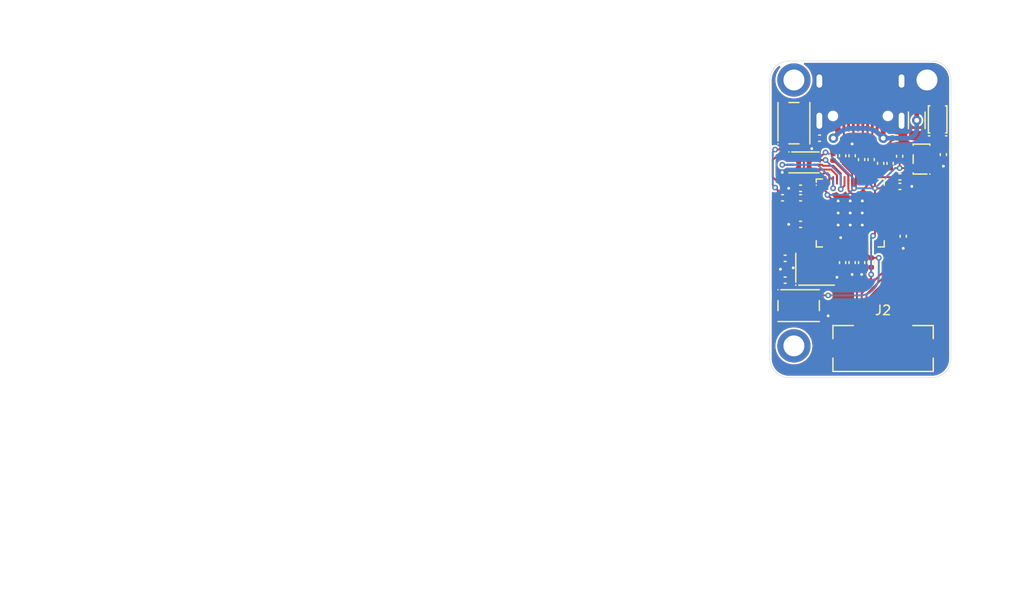
<source format=kicad_pcb>
(kicad_pcb (version 20241229) (generator "pcbnew") (generator_version "9.0")
  (layers (0 "F.Cu" signal) (2 "B.Cu" signal) (13 "F.Paste" user) (15 "B.Paste" user) (5 "F.SilkS" user "F.Silkscreen") (7 "B.SilkS" user "B.Silkscreen") (1 "F.Mask" user) (3 "B.Mask" user) (25 "Edge.Cuts" user))
  (net 0 "")
  (net 3 "Net-(U1-XIN)")
  (net 4 "Net-(U1-XOUT)")
  (net 9 "GND")
  (net 11 "Net-(C2-Pad1)")
  (net 22 "+3V3")
  (net 28 "+5V")
  (net 29 "+1V1")
  (net 30 "DP")
  (net 31 "Net-(U1-QSPI_SD0)")
  (net 32 "Net-(U1-QSPI_SD1)")
  (net 33 "Net-(U1-QSPI_SD3)")
  (net 34 "Net-(U1-QSPI_SD2)")
  (net 35 "Net-(U1-QSPI_SCLK)")
  (net 36 "Net-(U1-USB_DM)")
  (net 37 "DM")
  (net 38 "Net-(U1-USB_DP)")
  (net 41 "~{RESET}")
  (net 42 "QSPI_SS")
  (net 43 "Net-(R4-Pad2)")
  (net 44 "Net-(J1-CC1)")
  (net 45 "Net-(J1-CC2)")
  (net 48 "VBUS")
  (net 49 "Net-(J2-Pin_4)")
  (net 50 "Net-(J2-Pin_11)")
  (net 51 "Net-(J2-Pin_6)")
  (net 52 "Net-(J2-Pin_8)")
  (net 53 "Net-(J2-Pin_7)")
  (net 54 "Net-(J2-Pin_3)")
  (net 55 "Net-(J2-Pin_5)")
  (net 56 "Net-(J2-Pin_9)")
  (net 57 "Net-(J2-Pin_10)")
  (net 58 "Net-(J2-Pin_2)")
  (footprint "Library:C_0402" (layer "F.Cu") (at 142.2625 59.83)
    (property "Reference" "C10" (hide yes))
    (property "Value" "0.1uF" (hide yes))
  )
  (footprint "Library:C_0402" (layer "F.Cu") (at 137.2375 57.605 90)
    (property "Reference" "C11" (hide yes))
    (property "Value" "0.1uF" (hide yes))
  )
  (footprint "Library:R_0402" (layer "F.Cu") (at 141.9625 55.755)
    (property "Reference" "R7" (hide yes))
    (property "Value" "5.1K" (hide yes))
  )
  (footprint "Library:R_0402" (layer "F.Cu") (at 138.2375 58.005 90)
    (property "Reference" "R6" (hide yes))
    (property "Value" "27" (hide yes))
  )
  (footprint "Library:C_0402" (layer "F.Cu") (at 137.2375 68.855 -90)
    (property "Reference" "C7" (hide yes))
    (property "Value" "0.1uF" (hide yes))
  )
  (footprint "Library:W25Q16JVUXIQ" (layer "F.Cu") (at 132.1625 58.305 -90)
    (property "Reference" "U2" (hide yes))
    (property "Value" "W25Q16JVUXIQ" (hide yes))
  )
  (footprint "Library:C_0402" (layer "F.Cu") (at 142.2625 60.83)
    (property "Reference" "C9" (hide yes))
    (property "Value" "0.1uF" (hide yes))
  )
  (footprint "Library:SKRP_Switch" (layer "F.Cu") (at 131.6125 73.386921)
    (property "Reference" "SW1" (hide yes))
    (property "Value" "SKRP_Switch" (hide yes))
  )
  (footprint "Library:R_0402" (layer "F.Cu") (at 133.8125 55.755 180)
    (property "Reference" "R8" (hide yes))
    (property "Value" "5.1K" (hide yes))
  )
  (footprint "Library:F_1206" (layer "F.Cu") (at 144.0375 53.875 -90)
    (property "Reference" "F1" (hide yes))
    (property "Value" "ASMD1206-150" (hide yes))
  )
  (footprint "Library:C_0402" (layer "F.Cu") (at 140.2375 58.405 90)
    (property "Reference" "C4" (hide yes))
    (property "Value" "1uF" (hide yes))
  )
  (footprint "Library:C_0402" (layer "F.Cu") (at 131.8125 64.83 180)
    (property "Reference" "C6" (hide yes))
    (property "Value" "0.1uF" (hide yes))
  )
  (footprint "" (layer "F.Cu") (at 131.1125 77.625)
    (property "Reference" "")
    (property "Value" "")
  )
  (footprint "Library:C_0402" (layer "F.Cu") (at 142.2375 57.655 90)
    (property "Reference" "C16" (hide yes))
    (property "Value" "10uF" (hide yes))
  )
  (footprint "Library:SMF6.0A" (layer "F.Cu") (at 146.2375 53.775 90)
    (property "Reference" "TVS-D1" (hide yes))
    (property "Value" "SMF6V0A" (hide yes))
  )
  (footprint "Library:TYPE-C-31-M-12" (layer "F.Cu") (at 138.1125 52.209 180)
    (property "Reference" "J1" (hide yes))
    (property "Value" "TYPE-C-31-M-12" (hide yes))
  )
  (footprint "Library:R_0402" (layer "F.Cu") (at 129.9125 62.03 180)
    (property "Reference" "R4" (hide yes))
    (property "Value" "1K" (hide yes))
  )
  (footprint "Library:R_0402" (layer "F.Cu") (at 131.8125 62.03 180)
    (property "Reference" "R3" (hide yes))
    (property "Value" "10K" (hide yes))
  )
  (footprint "Library:C_0402" (layer "F.Cu") (at 130.1875 68.405 180)
    (property "Reference" "C1" (hide yes))
    (property "Value" "30pF" (hide yes))
  )
  (footprint "Library:SKRP_Switch" (layer "F.Cu") (at 131.1125 54.175 90)
    (property "Reference" "SW2" (hide yes))
    (property "Value" "SKRP_Switch" (hide yes))
  )
  (footprint "Library:R_0402" (layer "F.Cu") (at 139.2375 68.855 90)
    (property "Reference" "R1" (hide yes))
    (property "Value" "10K" (hide yes))
  )
  (footprint "Library:C_0402" (layer "F.Cu") (at 146.8375 57.48 -90)
    (property "Reference" "C15" (hide yes))
    (property "Value" "10uF" (hide yes))
  )
  (footprint "Library:SOT25" (layer "F.Cu") (at 144.5375 57.955 90)
    (property "Reference" "U3" (hide yes))
    (property "Value" "AP2112K-3.3" (hide yes))
  )
  (footprint "Library:SMD3225-4P" (layer "F.Cu") (at 133.3375 69.555)
    (property "Reference" "Y1" (hide yes))
    (property "Value" "12MHz" (hide yes))
  )
  (footprint "Library:C_0402" (layer "F.Cu") (at 138.2375 68.855 -90)
    (property "Reference" "C13" (hide yes))
    (property "Value" "0.1uF" (hide yes))
  )
  (footprint "Library:C_0402" (layer "F.Cu") (at 142.6125 66.08 -90)
    (property "Reference" "C8" (hide yes))
    (property "Value" "0.1uF" (hide yes))
  )
  (footprint "Library:C_0402" (layer "F.Cu") (at 135.2375 57.605 90)
    (property "Reference" "C14" (hide yes))
    (property "Value" "0.1uF" (hide yes))
  )
  (footprint "" (layer "F.Cu") (at 147.6375 47.625)
    (property "Reference" "")
    (property "Value" "")
  )
  (footprint "Library:R_0402" (layer "F.Cu") (at 136.2375 68.855 -90)
    (property "Reference" "R2" (hide yes))
    (property "Value" "1K" (hide yes))
  )
  (footprint "Library:AFC01-S12FCC-00" (layer "F.Cu") (at 140.49375 76.5525)
    (property "Reference" "J2")
    (property "Value" "Conn_01x12")
  )
  (footprint "Library:C_0402" (layer "F.Cu") (at 130.1875 70.705 180)
    (property "Reference" "C2" (hide yes))
    (property "Value" "30pF" (hide yes))
  )
  (footprint "Library:C_0402" (layer "F.Cu") (at 141.2375 58.405 90)
    (property "Reference" "C3" (hide yes))
    (property "Value" "1uF" (hide yes))
  )
  (footprint "Library:R_0402" (layer "F.Cu") (at 139.2375 58.005 90)
    (property "Reference" "R5" (hide yes))
    (property "Value" "27" (hide yes))
  )
  (footprint "Library:RP2040" (layer "F.Cu") (at 137.0375 63.63)
    (property "Reference" "U1" (hide yes))
    (property "Value" "RP2040" (hide yes))
  )
  (footprint "Library:C_0402" (layer "F.Cu") (at 136.2375 57.605 90)
    (property "Reference" "C12" (hide yes))
    (property "Value" "0.1uF" (hide yes))
  )
  (footprint "Library:C_0402" (layer "F.Cu") (at 131.8125 61.03 180)
    (property "Reference" "C5" (hide yes))
    (property "Value" "0.1uF" (hide yes))
  )
  (footprint "" (layer "F.Cu") (at 131.1125 49.625)
    (property "Reference" "")
    (property "Value" "")
  )
  (gr_line (start 137.2375 58.855) (end 137.6375 59.255) (stroke (width 0.2)) (layer "F.Cu") (net 22))
  (gr_line (start 135.0375 59.055) (end 135.6375 59.655) (stroke (width 0.2)) (layer "F.Cu") (net 31))
  (gr_line (start 137.4375 61.03) (end 137.6375 60.83) (stroke (width 0.2)) (layer "F.Cu") (net 22))
  (gr_line (start 139.1875 57.505) (end 138.8625 57.18) (stroke (width 0.2)) (layer "F.Cu") (net 37))
  (gr_line (start 135.0375 59.055) (end 133.5875 59.055) (stroke (width 0.2)) (layer "F.Cu") (net 31))
  (gr_line (start 132.6625 64.83) (end 132.8625 64.63) (stroke (width 0.2)) (layer "F.Cu") (net 22))
  (gr_line (start 137.6375 67.0675) (end 137.6375 66.13) (stroke (width 0.2)) (layer "F.Cu") (net 29))
  (gr_line (start 145.2125 64.23) (end 145.2125 68.755) (stroke (width 0.2)) (layer "F.Cu") (net 50))
  (gr_line (start 134.6375 61.53) (end 134.1375 61.03) (stroke (width 0.2)) (layer "F.Cu") (net 22))
  (gr_line (start 142.0125 65.63) (end 142.0125 70.13) (stroke (width 0.2)) (layer "F.Cu") (net 55))
  (gr_line (start 142.2375 58.905) (end 143.3375 58.905) (stroke (width 0.2)) (layer "F.Cu") (net 22))
  (gr_line (start 138.033946 61.533554) (end 137.9375 61.63) (stroke (width 0.2)) (layer "F.Cu") (net 29))
  (gr_line (start 137.3625 54.485) (end 137.3625 55.155) (stroke (width 0.2)) (layer "F.Cu") (net 30))
  (gr_line (start 138.8375 67.0675) (end 138.8375 68.005) (stroke (width 0.2)) (layer "F.Cu") (net 41))
  (gr_line (start 137.6375 67.0675) (end 137.6375 67.805) (stroke (width 0.2)) (layer "F.Cu") (net 29))
  (gr_line (start 129.2875 58.255) (end 129.2875 59.655) (stroke (width 0.2)) (layer "F.Cu") (net 32))
  (gr_line (start 138.5375 65.63) (end 138.1375 65.63) (stroke (width 0.2)) (layer "F.Cu") (net 29))
  (gr_line (start 144.4125 71.33) (end 142.74375 72.99875) (stroke (width 0.2)) (layer "F.Cu") (net 50))
  (gr_line (start 129.844607 60.355) (end 129.844607 61.412107) (stroke (width 0.2)) (layer "F.Cu") (net 42))
  (gr_line (start 135.6375 59.655) (end 135.6375 60.1925) (stroke (width 0.2)) (layer "F.Cu") (net 31))
  (gr_line (start 142.8125 70.53) (end 140.74375 72.59875) (stroke (width 0.2)) (layer "F.Cu") (net 53))
  (gr_line (start 136.2375 70.705) (end 135.6375 71.305) (stroke (width 0.2)) (layer "F.Cu") (net 11))
  (gr_line (start 140.8125 66.23) (end 140.8125 69.53) (stroke (width 0.2)) (layer "F.Cu") (net 58))
  (gr_line (start 138.741054 60.826446) (end 138.033951 61.53355) (stroke (width 0.2)) (layer "F.Cu") (net 29))
  (gr_line (start 135.0375 64.63) (end 134.1375 64.63) (stroke (width 0.2)) (layer "F.Cu") (net 22))
  (gr_line (start 141.2125 60.83) (end 141.0125 61.03) (stroke (width 0.2)) (layer "F.Cu") (net 22))
  (gr_line (start 141.2125 65.43) (end 140.475 65.43) (stroke (width 0.2)) (layer "F.Cu") (net 49))
  (gr_line (start 137.74375 75.2125) (end 137.74375 71.99875) (stroke (width 0.2)) (layer "F.Cu") (net 22))
  (gr_line (start 137.6125 55.405) (end 138.3625 55.405) (stroke (width 0.2)) (layer "F.Cu") (net 30))
  (gr_line (start 144.0125 71.13) (end 142.24375 72.89875) (stroke (width 0.2)) (layer "F.Cu") (net 57))
  (gr_line (start 134.4375 60.13) (end 130.526714 60.13) (stroke (width 0.2)) (layer "F.Cu") (net 42))
  (gr_line (start 143.6125 65.03) (end 142.4125 63.83) (stroke (width 0.2)) (layer "F.Cu") (net 53))
  (gr_line (start 130.526714 60.13) (end 130.301714 60.355) (stroke (width 0.2)) (layer "F.Cu") (net 42))
  (gr_line (start 134.4375 58.055) (end 133.5875 58.055) (stroke (width 0.2)) (layer "F.Cu") (net 33))
  (gr_line (start 137.4375 61.03) (end 137.2375 60.83) (stroke (width 0.2)) (layer "F.Cu") (net 22))
  (gr_line (start 138.3625 54.485) (end 138.3625 57.505) (stroke (width 0.2)) (layer "F.Cu") (net 30))
  (gr_line (start 140.475 64.23) (end 142.2125 64.23) (stroke (width 0.2)) (layer "F.Cu") (net 51))
  (gr_line (start 133.9625 59.73) (end 134.2375 59.455) (stroke (width 0.2)) (layer "F.Cu") (net 32))
  (gr_line (start 140.475 63.83) (end 142.4125 63.83) (stroke (width 0.2)) (layer "F.Cu") (net 53))
  (gr_line (start 134.312499 55.936369) (end 134.931129 56.554999) (stroke (width 0.2)) (layer "F.Cu") (net 45))
  (gr_line (start 142.4125 68.555) (end 142.4125 70.33) (stroke (width 0.2)) (layer "F.Cu") (net 51))
  (gr_line (start 139.2375 70.105) (end 139.2375 70.505) (stroke (width 0.2)) (layer "F.Cu") (net 22))
  (gr_line (start 141.1875 58.905) (end 140.6375 59.455) (stroke (width 0.2)) (layer "F.Cu") (net 22))
  (gr_line (start 129.1325 56.955) (end 129.5325 56.955) (stroke (width 0.2)) (layer "F.Cu") (net 43))
  (gr_line (start 135.5375 65.63) (end 136.7375 65.63) (stroke (width 0.2)) (layer "F.Cu") (net 22))
  (gr_line (start 139.74375 75.2125) (end 139.74375 72.39875) (stroke (width 0.2)) (layer "F.Cu") (net 55))
  (gr_line (start 144.0125 69.355) (end 144.0125 71.13) (stroke (width 0.2)) (layer "F.Cu") (net 57))
  (gr_line (start 129.2875 59.655) (end 129.5875 59.955) (stroke (width 0.2)) (layer "F.Cu") (net 32))
  (gr_line (start 144.8375 57.375) (end 145.2375 56.975) (stroke (width 0.2)) (layer "F.Cu") (net 28))
  (gr_line (start 132.9925 56.855) (end 132.5925 56.855) (stroke (width 0.2)) (layer "F.Cu") (net 9))
  (gr_line (start 139.4375 59.455) (end 140.6375 59.455) (stroke (width 0.2)) (layer "F.Cu") (net 22))
  (gr_arc (start 137.4375 61.63) (mid 137.013236 61.454264) (end 136.8375 61.03) (stroke (width 0.2)) (layer "F.Cu") (net 29))
  (gr_line (start 135.593871 56.554999) (end 136.3625 55.78637) (stroke (width 0.2)) (layer "F.Cu") (net 45))
  (gr_line (start 132.5925 56.855) (end 132.1875 56.45) (stroke (width 0.2)) (layer "F.Cu") (net 9))
  (gr_line (start 137.8625 53.815) (end 138.1125 53.565) (stroke (width 0.2)) (layer "F.Cu") (net 37))
  (gr_line (start 134.8375 59.655) (end 134.8375 60.1925) (stroke (width 0.2)) (layer "F.Cu") (net 32))
  (gr_line (start 134.6375 59.455) (end 134.2375 59.455) (stroke (width 0.2)) (layer "F.Cu") (net 32))
  (gr_line (start 142.2375 58.155) (end 142.2375 58.905) (stroke (width 0.2)) (layer "F.Cu") (net 22))
  (gr_line (start 130.301714 60.355) (end 129.3875 60.355) (stroke (width 0.2)) (layer "F.Cu") (net 42))
  (gr_line (start 130.7375 59.055) (end 130.236028 59.055) (stroke (width 0.2)) (layer "F.Cu") (net 9))
  (gr_line (start 138.24375 75.2125) (end 138.24375 72.09875) (stroke (width 0.2)) (layer "F.Cu") (net 58))
  (gr_line (start 138.8625 53.815) (end 138.6125 53.565) (stroke (width 0.2)) (layer "F.Cu") (net 37))
  (gr_line (start 133.6 64.63) (end 134.1375 64.63) (stroke (width 0.2)) (layer "F.Cu") (net 22))
  (gr_line (start 141.6125 65.83) (end 141.6125 69.93) (stroke (width 0.2)) (layer "F.Cu") (net 49))
  (gr_line (start 134.1375 61.03) (end 133.6 61.03) (stroke (width 0.2)) (layer "F.Cu") (net 22))
  (gr_line (start 136.2375 58.105) (end 136.2375 58.455) (stroke (width 0.2)) (layer "F.Cu") (net 22))
  (gr_line (start 141.2125 60.83) (end 141.7625 60.83) (stroke (width 0.2)) (layer "F.Cu") (net 22))
  (gr_line (start 139.2375 60.73) (end 139.2375 60.1925) (stroke (width 0.2)) (layer "F.Cu") (net 22))
  (gr_line (start 142.24375 75.2125) (end 142.24375 72.89875) (stroke (width 0.2)) (layer "F.Cu") (net 57))
  (gr_line (start 140.24375 75.2125) (end 140.24375 72.49875) (stroke (width 0.2)) (layer "F.Cu") (net 51))
  (gr_line (start 143.6125 69.155) (end 143.6125 70.93) (stroke (width 0.2)) (layer "F.Cu") (net 56))
  (gr_line (start 139.4375 66.03) (end 139.6375 65.83) (stroke (width 0.2)) (layer "F.Cu") (net 22))
  (gr_line (start 140.475 63.43) (end 142.6125 63.43) (stroke (width 0.2)) (layer "F.Cu") (net 52))
  (gr_line (start 136.3625 54.485) (end 136.3625 55.78637) (stroke (width 0.2)) (layer "F.Cu") (net 45))
  (gr_line (start 143.6125 69.155) (end 144.4125 68.355) (stroke (width 0.2)) (layer "F.Cu") (net 56))
  (gr_line (start 137.2375 57.105) (end 135.2375 57.105) (stroke (width 0.2)) (layer "F.Cu") (net 9))
  (gr_line (start 134.6375 59.455) (end 134.8375 59.655) (stroke (width 0.2)) (layer "F.Cu") (net 32))
  (gr_line (start 130.236028 59.055) (end 129.936028 59.355) (stroke (width 0.2)) (layer "F.Cu") (net 9))
  (gr_line (start 141.2125 66.03) (end 141.0125 65.83) (stroke (width 0.2)) (layer "F.Cu") (net 54))
  (gr_line (start 138.1125 53.565) (end 138.6125 53.565) (stroke (width 0.2)) (layer "F.Cu") (net 37))
  (gr_line (start 139.6375 61.03) (end 139.6375 64.63) (stroke (width 0.2)) (layer "F.Cu") (net 22))
  (gr_line (start 134.088972 57.555) (end 133.5875 57.555) (stroke (width 0.2)) (layer "F.Cu") (net 22))
  (gr_line (start 146.8375 55.975) (end 146.2375 55.375) (stroke (width 0.2)) (layer "F.Cu") (net 28))
  (gr_line (start 139.6375 61.03) (end 140.475 61.03) (stroke (width 0.2)) (layer "F.Cu") (net 22))
  (gr_line (start 143.2125 65.23) (end 143.2125 67.755) (stroke (width 0.2)) (layer "F.Cu") (net 51))
  (gr_line (start 133.2375 71.305) (end 135.6375 71.305) (stroke (width 0.2)) (layer "F.Cu") (net 11))
  (gr_line (start 139.2375 59.055) (end 140.2375 59.055) (stroke (width 0.2)) (layer "F.Cu") (net 29))
  (gr_line (start 140.475 64.63) (end 139.6375 64.63) (stroke (width 0.2)) (layer "F.Cu") (net 22))
  (gr_line (start 144.4125 69.555) (end 144.4125 71.33) (stroke (width 0.2)) (layer "F.Cu") (net 50))
  (gr_line (start 136.4375 67.0675) (end 136.4375 67.605) (stroke (width 0.2)) (layer "F.Cu") (net 3))
  (gr_line (start 137.2375 58.105) (end 137.2375 58.855) (stroke (width 0.2)) (layer "F.Cu") (net 22))
  (gr_line (start 144.8125 64.43) (end 144.8125 68.555) (stroke (width 0.2)) (layer "F.Cu") (net 57))
  (gr_line (start 136.8375 61.03) (end 136.8375 60.1925) (stroke (width 0.2)) (layer "F.Cu") (net 29))
  (gr_line (start 131.3125 61.03) (end 130.5625 61.03) (stroke (width 0.2)) (layer "F.Cu") (net 9))
  (gr_arc (start 139.0375 65.13) (mid 138.891053 65.483553) (end 138.5375 65.63) (stroke (width 0.2)) (layer "F.Cu") (net 29))
  (gr_line (start 139.6375 64.63) (end 139.6375 65.83) (stroke (width 0.2)) (layer "F.Cu") (net 22))
  (gr_line (start 136.4375 60.73) (end 136.0375 61.13) (stroke (width 0.2)) (layer "F.Cu") (net 33))
  (gr_line (start 142.7625 60.83) (end 143.5125 60.83) (stroke (width 0.2)) (layer "F.Cu") (net 9))
  (gr_line (start 142.8125 68.755) (end 142.8125 70.53) (stroke (width 0.2)) (layer "F.Cu") (net 53))
  (gr_line (start 140.475 62.23) (end 143.2125 62.23) (stroke (width 0.2)) (layer "F.Cu") (net 50))
  (gr_line (start 136.4375 60.73) (end 136.4375 60.1925) (stroke (width 0.2)) (layer "F.Cu") (net 33))
  (gr_line (start 141.24375 75.2125) (end 141.24375 72.69875) (stroke (width 0.2)) (layer "F.Cu") (net 52))
  (gr_line (start 139.2375 59.655) (end 139.2375 60.1925) (stroke (width 0.2)) (layer "F.Cu") (net 22))
  (gr_line (start 136.2875 68.355) (end 136.8375 67.805) (stroke (width 0.2)) (layer "F.Cu") (net 4))
  (gr_line (start 143.2125 68.955) (end 143.2125 70.73) (stroke (width 0.2)) (layer "F.Cu") (net 52))
  (gr_line (start 139.2375 59.055) (end 138.8375 59.455) (stroke (width 0.2)) (layer "F.Cu") (net 29))
  (gr_line (start 136.2375 58.455) (end 137.2375 59.455) (stroke (width 0.2)) (layer "F.Cu") (net 22))
  (gr_line (start 141.6125 65.83) (end 141.2125 65.43) (stroke (width 0.2)) (layer "F.Cu") (net 49))
  (gr_line (start 141.0125 65.83) (end 140.475 65.83) (stroke (width 0.2)) (layer "F.Cu") (net 54))
  (gr_line (start 140.181131 56.554999) (end 139.3625 55.736371) (stroke (width 0.2)) (layer "F.Cu") (net 44))
  (gr_line (start 130.7375 58.055) (end 130.236028 58.055) (stroke (width 0.2)) (layer "F.Cu") (net 32))
  (gr_line (start 135.2625 55.755) (end 135.7125 55.305) (stroke (width 0.5)) (layer "F.Cu") (net 48))
  (gr_line (start 136.2375 69.355) (end 136.2375 70.705) (stroke (width 0.2)) (layer "F.Cu") (net 11))
  (gr_line (start 137.2375 67.0675) (end 137.2375 66.13) (stroke (width 0.2)) (layer "F.Cu") (net 22))
  (gr_line (start 130.361028 59.73) (end 130.136028 59.955) (stroke (width 0.2)) (layer "F.Cu") (net 32))
  (gr_arc (start 136.7375 65.63) (mid 137.091053 65.776447) (end 137.2375 66.13) (stroke (width 0.2)) (layer "F.Cu") (net 22))
  (gr_line (start 139.0375 65.13) (end 139.0375 61.83) (stroke (width 0.2)) (layer "F.Cu") (net 29))
  (gr_line (start 143.2125 70.73) (end 141.24375 72.69875) (stroke (width 0.2)) (layer "F.Cu") (net 52))
  (gr_line (start 129.6875 69.555) (end 129.6875 68.405) (stroke (width 0.2)) (layer "F.Cu") (net 9))
  (gr_line (start 140.181131 56.554999) (end 140.84387 56.554999) (stroke (width 0.2)) (layer "F.Cu") (net 44))
  (gr_line (start 132.8625 64.63) (end 133.6 64.63) (stroke (width 0.2)) (layer "F.Cu") (net 22))
  (gr_line (start 144.8125 64.43) (end 143.0125 62.63) (stroke (width 0.2)) (layer "F.Cu") (net 57))
  (gr_line (start 142.4125 68.555) (end 143.2125 67.755) (stroke (width 0.2)) (layer "F.Cu") (net 51))
  (gr_line (start 143.6125 70.93) (end 141.74375 72.79875) (stroke (width 0.2)) (layer "F.Cu") (net 56))
  (gr_line (start 133.6875 74.461921) (end 134.7125 74.461921) (stroke (width 0.2)) (layer "F.Cu") (net 9))
  (gr_line (start 129.3875 57.555) (end 130.6375 57.555) (stroke (width 0.2)) (layer "F.Cu") (net 42))
  (gr_line (start 143.2125 68.955) (end 144.0125 68.155) (stroke (width 0.2)) (layer "F.Cu") (net 52))
  (gr_line (start 139.0375 61.83) (end 138.387503 61.179997) (stroke (width 0.2)) (layer "F.Cu") (net 29))
  (gr_line (start 128.8875 58.055) (end 128.8875 59.855) (stroke (width 0.2)) (layer "F.Cu") (net 42))
  (gr_line (start 144.0375 55.475) (end 146.2375 55.475) (stroke (width 0.5)) (layer "F.Cu") (net 28))
  (gr_line (start 138.0375 58.505) (end 138.0375 60.1925) (stroke (width 0.2)) (layer "F.Cu") (net 38))
  (gr_line (start 137.4375 61.63) (end 137.9375 61.63) (stroke (width 0.2)) (layer "F.Cu") (net 29))
  (gr_line (start 138.8375 59.455) (end 138.8375 60.1925) (stroke (width 0.2)) (layer "F.Cu") (net 29))
  (gr_line (start 143.6125 65.03) (end 143.6125 67.955) (stroke (width 0.2)) (layer "F.Cu") (net 53))
  (gr_line (start 138.74375 75.2125) (end 138.74375 72.19875) (stroke (width 0.2)) (layer "F.Cu") (net 54))
  (gr_line (start 139.6375 59.855) (end 141.7625 59.855) (stroke (width 0.2)) (layer "F.Cu") (net 22))
  (gr_line (start 142.4125 70.33) (end 140.24375 72.49875) (stroke (width 0.2)) (layer "F.Cu") (net 51))
  (gr_line (start 136.8375 59.655) (end 136.8375 60.1925) (stroke (width 0.2)) (layer "F.Cu") (net 29))
  (gr_line (start 137.2375 59.455) (end 137.2375 60.1925) (stroke (width 0.2)) (layer "F.Cu") (net 22))
  (gr_line (start 130.136028 57.955) (end 130.236028 58.055) (stroke (width 0.2)) (layer "F.Cu") (net 32))
  (gr_line (start 137.2375 60.83) (end 137.2375 60.1925) (stroke (width 0.2)) (layer "F.Cu") (net 22))
  (gr_line (start 139.1875 68.355) (end 138.8375 68.005) (stroke (width 0.2)) (layer "F.Cu") (net 41))
  (gr_line (start 133.4375 67.805) (end 134.3375 68.705) (stroke (width 0.2)) (layer "F.Cu") (net 3))
  (gr_line (start 135.0375 62.13) (end 134.6375 61.73) (stroke (width 0.2)) (layer "F.Cu") (net 22))
  (gr_line (start 136.0375 59.455) (end 136.0375 60.1925) (stroke (width 0.2)) (layer "F.Cu") (net 35))
  (gr_line (start 130.7375 58.555) (end 129.8875 58.555) (stroke (width 0.2)) (layer "F.Cu") (net 34))
  (gr_line (start 131.3125 62.03) (end 130.4125 62.03) (stroke (width 0.2)) (layer "F.Cu") (net 42))
  (gr_line (start 144.0375 52.275) (end 144.0375 53.875) (stroke (width 0.5)) (layer "F.Cu") (net 48))
  (gr_line (start 133.9625 59.73) (end 130.361028 59.73) (stroke (width 0.2)) (layer "F.Cu") (net 32))
  (gr_line (start 129.2875 58.255) (end 129.5875 57.955) (stroke (width 0.2)) (layer "F.Cu") (net 32))
  (gr_line (start 137.2375 57.105) (end 137.2375 56.355) (stroke (width 0.2)) (layer "F.Cu") (net 9))
  (gr_line (start 138.8625 54.485) (end 138.8625 53.815) (stroke (width 0.2)) (layer "F.Cu") (net 37))
  (gr_line (start 146.8375 57.005) (end 145.7375 57.005) (stroke (width 0.2)) (layer "F.Cu") (net 28))
  (gr_line (start 138.741054 60.826446) (end 138.8375 60.73) (stroke (width 0.2)) (layer "F.Cu") (net 29))
  (gr_line (start 129.6875 69.555) (end 129.6875 70.705) (stroke (width 0.2)) (layer "F.Cu") (net 9))
  (gr_line (start 140.8125 69.53) (end 138.24375 72.09875) (stroke (width 0.2)) (layer "F.Cu") (net 58))
  (gr_line (start 132.3125 61.03) (end 133.6 61.03) (stroke (width 0.2)) (layer "F.Cu") (net 22))
  (gr_line (start 129.4125 61.23) (end 129.4125 62.03) (stroke (width 0.2)) (layer "F.Cu") (net 43))
  (gr_line (start 143.2125 65.23) (end 142.2125 64.23) (stroke (width 0.2)) (layer "F.Cu") (net 51))
  (gr_line (start 142.74375 75.2125) (end 142.74375 72.99875) (stroke (width 0.2)) (layer "F.Cu") (net 50))
  (gr_line (start 131.4375 69.405) (end 132.1375 68.705) (stroke (width 0.2)) (layer "F.Cu") (net 9))
  (gr_line (start 145.2375 58.875) (end 145.7375 58.875) (stroke (width 0.2)) (layer "F.Cu") (net 28))
  (gr_line (start 137.8625 54.485) (end 137.8625 53.815) (stroke (width 0.2)) (layer "F.Cu") (net 37))
  (gr_line (start 139.24375 75.2125) (end 139.24375 72.29875) (stroke (width 0.2)) (layer "F.Cu") (net 49))
  (gr_line (start 137.3625 55.155) (end 137.6125 55.405) (stroke (width 0.2)) (layer "F.Cu") (net 30))
  (gr_line (start 135.2375 58.655) (end 134.188972 58.655) (stroke (width 0.2)) (layer "F.Cu") (net 35))
  (gr_line (start 128.8875 58.055) (end 129.3875 57.555) (stroke (width 0.2)) (layer "F.Cu") (net 42))
  (gr_line (start 135.2375 58.655) (end 136.0375 59.455) (stroke (width 0.2)) (layer "F.Cu") (net 35))
  (gr_line (start 140.74375 75.2125) (end 140.74375 72.59875) (stroke (width 0.2)) (layer "F.Cu") (net 53))
  (gr_line (start 132.3125 61.03) (end 132.3125 62.03) (stroke (width 0.2)) (layer "F.Cu") (net 22))
  (gr_line (start 134.088972 58.555) (end 134.188972 58.655) (stroke (width 0.2)) (layer "F.Cu") (net 35))
  (gr_line (start 142.0125 65.63) (end 141.4125 65.03) (stroke (width 0.2)) (layer "F.Cu") (net 55))
  (gr_line (start 135.6375 70.405) (end 134.4375 70.405) (stroke (width 0.2)) (layer "F.Cu") (net 9))
  (gr_line (start 139.4375 59.455) (end 139.2375 59.655) (stroke (width 0.2)) (layer "F.Cu") (net 22))
  (gr_line (start 140.5125 54.485) (end 140.5125 55.755) (stroke (width 0.5)) (layer "F.Cu") (net 48))
  (gr_line (start 144.4125 69.555) (end 145.2125 68.755) (stroke (width 0.2)) (layer "F.Cu") (net 50))
  (gr_line (start 138.4375 59.255) (end 138.4375 60.1925) (stroke (width 0.2)) (layer "F.Cu") (net 36))
  (gr_line (start 142.8125 68.755) (end 143.6125 67.955) (stroke (width 0.2)) (layer "F.Cu") (net 53))
  (gr_line (start 136.8375 67.0675) (end 136.8375 67.805) (stroke (width 0.2)) (layer "F.Cu") (net 4))
  (gr_line (start 144.0125 69.355) (end 144.8125 68.555) (stroke (width 0.2)) (layer "F.Cu") (net 57))
  (gr_line (start 144.4125 64.63) (end 142.8125 63.03) (stroke (width 0.2)) (layer "F.Cu") (net 56))
  (gr_line (start 131.3125 64.83) (end 130.5625 64.83) (stroke (width 0.2)) (layer "F.Cu") (net 9))
  (gr_line (start 132.6625 64.83) (end 132.3125 64.83) (stroke (width 0.2)) (layer "F.Cu") (net 22))
  (gr_line (start 145.2375 56.975) (end 145.7375 56.975) (stroke (width 0.2)) (layer "F.Cu") (net 28))
  (gr_line (start 146.8375 56.98) (end 146.8375 55.975) (stroke (width 0.2)) (layer "F.Cu") (net 28))
  (gr_line (start 135.7125 54.485) (end 135.7125 55.305) (stroke (width 0.5)) (layer "F.Cu") (net 48))
  (gr_line (start 141.6125 64.63) (end 140.475 64.63) (stroke (width 0.2)) (layer "F.Cu") (net 22))
  (gr_line (start 134.088972 57.555) (end 134.388972 57.255) (stroke (width 0.2)) (layer "F.Cu") (net 22))
  (gr_line (start 139.2375 68.355) (end 140.0375 68.355) (stroke (width 0.2)) (layer "F.Cu") (net 41))
  (gr_line (start 132.3375 70.405) (end 133.2375 71.305) (stroke (width 0.2)) (layer "F.Cu") (net 11))
  (gr_line (start 146.8375 57.955) (end 145.7375 57.955) (stroke (width 0.2)) (layer "F.Cu") (net 9))
  (gr_line (start 140.475 62.63) (end 143.0125 62.63) (stroke (width 0.2)) (layer "F.Cu") (net 57))
  (gr_line (start 139.1875 58.505) (end 138.4375 59.255) (stroke (width 0.2)) (layer "F.Cu") (net 36))
  (gr_line (start 135.0375 62.13) (end 135.0375 64.13) (stroke (width 0.2)) (layer "F.Cu") (net 22))
  (gr_line (start 131.0375 69.405) (end 131.4375 69.405) (stroke (width 0.2)) (layer "F.Cu") (net 9))
  (gr_line (start 134.931129 56.554999) (end 135.593871 56.554999) (stroke (width 0.2)) (layer "F.Cu") (net 45))
  (gr_line (start 129.4125 61.23) (end 129.1325 60.95) (stroke (width 0.2)) (layer "F.Cu") (net 43))
  (gr_line (start 130.136028 59.955) (end 129.5875 59.955) (stroke (width 0.2)) (layer "F.Cu") (net 32))
  (gr_line (start 130.6875 70.705) (end 132.2375 70.705) (stroke (width 0.2)) (layer "F.Cu") (net 11))
  (gr_line (start 146.8375 57.955) (end 146.8375 58.705) (stroke (width 0.2)) (layer "F.Cu") (net 9))
  (gr_line (start 144.8375 58.475) (end 144.8375 57.375) (stroke (width 0.2)) (layer "F.Cu") (net 28))
  (gr_line (start 135.0375 65.13) (end 135.0375 64.13) (stroke (width 0.2)) (layer "F.Cu") (net 22))
  (gr_line (start 141.6125 69.93) (end 139.24375 72.29875) (stroke (width 0.2)) (layer "F.Cu") (net 49))
  (gr_line (start 142.0125 70.13) (end 139.74375 72.39875) (stroke (width 0.2)) (layer "F.Cu") (net 55))
  (gr_line (start 139.6375 61.03) (end 139.6375 60.1925) (stroke (width 0.2)) (layer "F.Cu") (net 22))
  (gr_line (start 130.6875 68.355) (end 131.2375 67.805) (stroke (width 0.2)) (layer "F.Cu") (net 3))
  (gr_line (start 137.2375 69.355) (end 137.2375 70.105) (stroke (width 0.2)) (layer "F.Cu") (net 9))
  (gr_line (start 133.6875 72.311921) (end 134.7125 72.311921) (stroke (width 0.2)) (layer "F.Cu") (net 41))
  (gr_line (start 134.6375 61.53) (end 134.6375 61.73) (stroke (width 0.2)) (layer "F.Cu") (net 22))
  (gr_line (start 138.2375 69.355) (end 138.2375 70.105) (stroke (width 0.2)) (layer "F.Cu") (net 9))
  (gr_line (start 137.6375 59.255) (end 137.6375 60.1925) (stroke (width 0.2)) (layer "F.Cu") (net 22))
  (gr_line (start 142.6125 66.58) (end 142.6125 67.33) (stroke (width 0.2)) (layer "F.Cu") (net 9))
  (gr_line (start 139.5375 61.03) (end 139.2375 60.73) (stroke (width 0.2)) (layer "F.Cu") (net 22))
  (gr_line (start 139.3625 54.485) (end 139.3625 55.736371) (stroke (width 0.2)) (layer "F.Cu") (net 44))
  (gr_arc (start 137.6375 66.13) (mid 137.783947 65.776447) (end 138.1375 65.63) (stroke (width 0.2)) (layer "F.Cu") (net 29))
  (gr_line (start 144.0125 64.83) (end 144.0125 68.155) (stroke (width 0.2)) (layer "F.Cu") (net 52))
  (gr_line (start 142.6125 65.63) (end 141.6125 64.63) (stroke (width 0.2)) (layer "F.Cu") (net 22))
  (gr_line (start 145.2375 58.875) (end 144.8375 58.475) (stroke (width 0.2)) (layer "F.Cu") (net 28))
  (gr_line (start 137.6375 60.83) (end 137.6375 60.1925) (stroke (width 0.2)) (layer "F.Cu") (net 22))
  (gr_line (start 141.4125 65.03) (end 140.475 65.03) (stroke (width 0.2)) (layer "F.Cu") (net 55))
  (gr_line (start 141.2125 69.73) (end 138.74375 72.19875) (stroke (width 0.2)) (layer "F.Cu") (net 54))
  (gr_line (start 134.088972 58.555) (end 133.5875 58.555) (stroke (width 0.2)) (layer "F.Cu") (net 35))
  (gr_line (start 141.0125 61.03) (end 140.475 61.03) (stroke (width 0.2)) (layer "F.Cu") (net 22))
  (gr_line (start 129.844607 61.412107) (end 130.4125 61.98) (stroke (width 0.2)) (layer "F.Cu") (net 42))
  (gr_line (start 141.2125 66.03) (end 141.2125 69.73) (stroke (width 0.2)) (layer "F.Cu") (net 54))
  (gr_line (start 144.0125 64.83) (end 142.6125 63.43) (stroke (width 0.2)) (layer "F.Cu") (net 52))
  (gr_line (start 144.4125 64.63) (end 144.4125 68.355) (stroke (width 0.2)) (layer "F.Cu") (net 56))
  (gr_line (start 129.5875 57.955) (end 130.136028 57.955) (stroke (width 0.2)) (layer "F.Cu") (net 32))
  (gr_line (start 138.8625 54.485) (end 138.8625 57.18) (stroke (width 0.2)) (layer "F.Cu") (net 37))
  (gr_line (start 139.2375 69.355) (end 139.2375 70.105) (stroke (width 0.2)) (layer "F.Cu") (net 22))
  (gr_line (start 133.4375 67.805) (end 131.2375 67.805) (stroke (width 0.2)) (layer "F.Cu") (net 3))
  (gr_line (start 135.2875 58.105) (end 136.8375 59.655) (stroke (width 0.2)) (layer "F.Cu") (net 29))
  (gr_line (start 129.5325 56.955) (end 130.0375 56.45) (stroke (width 0.2)) (layer "F.Cu") (net 43))
  (gr_arc (start 135.5375 65.63) (mid 135.183947 65.483553) (end 135.0375 65.13) (stroke (width 0.2)) (layer "F.Cu") (net 22))
  (gr_line (start 145.2125 64.23) (end 143.2125 62.23) (stroke (width 0.2)) (layer "F.Cu") (net 50))
  (gr_line (start 134.5375 68.705) (end 135.4375 67.805) (stroke (width 0.2)) (layer "F.Cu") (net 3))
  (gr_line (start 138.1875 68.355) (end 137.6375 67.805) (stroke (width 0.2)) (layer "F.Cu") (net 29))
  (gr_line (start 135.2375 61.03) (end 135.2375 60.1925) (stroke (width 0.2)) (layer "F.Cu") (net 34))
  (gr_line (start 141.4625 55.936369) (end 140.84387 56.554999) (stroke (width 0.2)) (layer "F.Cu") (net 44))
  (gr_line (start 137.2375 67.0675) (end 137.2375 68.355) (stroke (width 0.2)) (layer "F.Cu") (net 22))
  (gr_line (start 138.8375 60.73) (end 138.8375 60.1925) (stroke (width 0.2)) (layer "F.Cu") (net 29))
  (gr_line (start 139.2375 70.505) (end 137.74375 71.99875) (stroke (width 0.2)) (layer "F.Cu") (net 22))
  (gr_line (start 136.2375 67.805) (end 136.4375 67.605) (stroke (width 0.2)) (layer "F.Cu") (net 3))
  (gr_line (start 140.475 63.03) (end 142.8125 63.03) (stroke (width 0.2)) (layer "F.Cu") (net 56))
  (gr_line (start 141.74375 75.2125) (end 141.74375 72.79875) (stroke (width 0.2)) (layer "F.Cu") (net 56))
  (gr_line (start 135.4375 67.805) (end 136.2375 67.805) (stroke (width 0.2)) (layer "F.Cu") (net 3))
  (gr_line (start 129.3875 60.355) (end 128.8875 59.855) (stroke (width 0.2)) (layer "F.Cu") (net 42))
  (gr_line (start 139.2375 66.23) (end 139.2375 70.105) (stroke (width 0.2)) (layer "B.Cu") (net 22))
  (gr_line (start 128.8875 57.2) (end 129.1325 56.955) (stroke (width 0.2)) (layer "B.Cu") (net 43))
  (gr_arc (start 140.0375 70.311921) (mid 139.451714 71.726135) (end 138.0375 72.311921) (stroke (width 0.2)) (layer "B.Cu") (net 41))
  (gr_line (start 141.7625 58.905) (end 139.6375 61.03) (stroke (width 0.2)) (layer "B.Cu") (net 22))
  (gr_line (start 134.7125 72.311921) (end 138.0375 72.311921) (stroke (width 0.2)) (layer "B.Cu") (net 41))
  (gr_line (start 139.6375 61.03) (end 137.4375 61.03) (stroke (width 0.2)) (layer "B.Cu") (net 22))
  (gr_line (start 140.5125 55.755) (end 140.0625 55.305) (stroke (width 0.5)) (layer "B.Cu") (net 48))
  (gr_line (start 142.2375 58.905) (end 141.7625 58.905) (stroke (width 0.2)) (layer "B.Cu") (net 22))
  (gr_line (start 136.0375 61.13) (end 136.0375 59.655) (stroke (width 0.2)) (layer "B.Cu") (net 33))
  (gr_line (start 128.8875 57.2) (end 128.8875 60.705) (stroke (width 0.2)) (layer "B.Cu") (net 43))
  (gr_line (start 129.8875 58.555) (end 133.6 58.555) (stroke (width 0.2)) (layer "B.Cu") (net 34))
  (gr_line (start 139.4375 66.03) (end 139.2375 66.23) (stroke (width 0.2)) (layer "B.Cu") (net 22))
  (gr_arc (start 138.648286 54.719213) (mid 139.413655 54.87145) (end 140.0625 55.305) (stroke (width 0.5)) (layer "B.Cu") (net 48))
  (gr_line (start 143.0375 55.755) (end 140.5125 55.755) (stroke (width 0.5)) (layer "B.Cu") (net 48))
  (gr_line (start 135.2375 61.03) (end 135.2375 60.1925) (stroke (width 0.2)) (layer "B.Cu") (net 34))
  (gr_line (start 134.4375 58.055) (end 136.0375 59.655) (stroke (width 0.2)) (layer "B.Cu") (net 33))
  (gr_line (start 133.6 58.555) (end 135.2375 60.1925) (stroke (width 0.2)) (layer "B.Cu") (net 34))
  (gr_line (start 137.4375 61.03) (end 136.7375 61.73) (stroke (width 0.2)) (layer "B.Cu") (net 22))
  (gr_arc (start 135.7125 55.305) (mid 136.361347 54.871456) (end 137.126714 54.719213) (stroke (width 0.5)) (layer "B.Cu") (net 48))
  (gr_line (start 129.1325 60.95) (end 128.8875 60.705) (stroke (width 0.2)) (layer "B.Cu") (net 43))
  (gr_line (start 137.4375 60.055) (end 137.4375 61.03) (stroke (width 0.2)) (layer "B.Cu") (net 22))
  (gr_line (start 144.0375 54.755) (end 144.0375 53.875) (stroke (width 0.5)) (layer "B.Cu") (net 48))
  (gr_line (start 140.0375 68.355) (end 140.0375 70.311921) (stroke (width 0.2)) (layer "B.Cu") (net 41))
  (gr_line (start 138.6483 54.719213) (end 137.126714 54.719213) (stroke (width 0.5)) (layer "B.Cu") (net 48))
  (gr_arc (start 144.0375 54.755) (mid 143.744607 55.462107) (end 143.0375 55.755) (stroke (width 0.5)) (layer "B.Cu") (net 48))
  (gr_line (start 135.2625 55.755) (end 135.7125 55.305) (stroke (width 0.5)) (layer "B.Cu") (net 48))
  (gr_line (start 134.6375 57.255) (end 137.4375 60.055) (stroke (width 0.2)) (layer "B.Cu") (net 22))
  (gr_line (start 136.7375 61.73) (end 134.6375 61.73) (stroke (width 0.2)) (layer "B.Cu") (net 22))
  (gr_arc (start 147.6375 78.9625) (mid 147.051714 80.376714) (end 145.6375 80.9625) (stroke (width 0.05)) (layer "Edge.Cuts"))
  (gr_line (start 128.5875 78.9625) (end 128.5875 49.625) (stroke (width 0.05)) (layer "Edge.Cuts"))
  (gr_line (start 145.6375 80.9625) (end 130.5875 80.9625) (stroke (width 0.05)) (layer "Edge.Cuts"))
  (gr_arc (start 128.5875 49.625) (mid 129.173286 48.210786) (end 130.5875 47.625) (stroke (width 0.05)) (layer "Edge.Cuts"))
  (gr_arc (start 145.6375 47.625) (mid 147.051714 48.210786) (end 147.6375 49.625) (stroke (width 0.05)) (layer "Edge.Cuts"))
  (gr_line (start 147.6375 49.625) (end 147.6375 78.9625) (stroke (width 0.05)) (layer "Edge.Cuts"))
  (gr_arc (start 130.5875 80.9625) (mid 129.173286 80.376714) (end 128.5875 78.9625) (stroke (width 0.05)) (layer "Edge.Cuts"))
  (gr_line (start 130.5875 47.625) (end 145.6375 47.625) (stroke (width 0.05)) (layer "Edge.Cuts"))
  (segment (start 136.0375 67.0675) (end 136.0375 66.23) (width 0.2) (layer "F.Cu") (net 9))
  (via (at 129.8875 59.355) (size 0.6) (drill 0.3) (layers "F.Cu" "B.Cu") (net 9))
  (via (at 138.2375 70.105) (size 0.6) (drill 0.3) (layers "F.Cu" "B.Cu") (net 9))
  (via (at 146.8375 58.705) (size 0.6) (drill 0.3) (layers "F.Cu" "B.Cu") (net 9))
  (via (at 135.6375 70.405) (size 0.6) (drill 0.3) (layers "F.Cu" "B.Cu") (net 9))
  (via (at 137.2375 56.355) (size 0.6) (drill 0.3) (layers "F.Cu" "B.Cu") (net 9))
  (via (at 134.7125 74.461921) (size 0.6) (drill 0.3) (layers "F.Cu" "B.Cu") (net 9))
  (via (at 136.0375 66.23) (size 0.6) (drill 0.3) (layers "F.Cu" "B.Cu") (net 9))
  (via (at 143.5125 60.83) (size 0.6) (drill 0.3) (layers "F.Cu" "B.Cu") (net 9))
  (via (at 142.6125 67.355) (size 0.6) (drill 0.3) (layers "F.Cu" "B.Cu") (net 9))
  (via (at 130.5625 64.83) (size 0.6) (drill 0.3) (layers "F.Cu" "B.Cu") (net 9))
  (via (at 129.6875 69.555) (size 0.6) (drill 0.3) (layers "F.Cu" "B.Cu") (net 9))
  (via (at 137.2375 70.105) (size 0.6) (drill 0.3) (layers "F.Cu" "B.Cu") (net 9))
  (via (at 132.9925 56.855) (size 0.6) (drill 0.3) (layers "F.Cu" "B.Cu") (net 9))
  (via (at 130.5625 61.03) (size 0.6) (drill 0.3) (layers "F.Cu" "B.Cu") (net 9))
  (via (at 131.0375 69.405) (size 0.6) (drill 0.3) (layers "F.Cu" "B.Cu") (net 9))
  (via (at 134.4375 57.255) (size 0.6) (drill 0.3) (layers "F.Cu" "B.Cu") (net 22))
  (via (at 139.2375 70.105) (size 0.6) (drill 0.3) (layers "F.Cu" "B.Cu") (net 22))
  (via (at 137.4375 61.03) (size 0.6) (drill 0.3) (layers "F.Cu" "B.Cu") (net 22))
  (via (at 142.2375 58.905) (size 0.6) (drill 0.3) (layers "F.Cu" "B.Cu") (net 22))
  (via (at 139.6375 61.03) (size 0.6) (drill 0.3) (layers "F.Cu" "B.Cu") (net 22))
  (via (at 134.6375 61.73) (size 0.6) (drill 0.3) (layers "F.Cu" "B.Cu") (net 22))
  (via (at 139.4375 66.03) (size 0.6) (drill 0.3) (layers "F.Cu" "B.Cu") (net 22))
  (via (at 136.0375 61.13) (size 0.6) (drill 0.3) (layers "F.Cu" "B.Cu") (net 33))
  (via (at 134.4375 58.055) (size 0.6) (drill 0.3) (layers "F.Cu" "B.Cu") (net 33))
  (via (at 129.8875 58.555) (size 0.6) (drill 0.3) (layers "F.Cu" "B.Cu") (net 34))
  (via (at 135.2375 61.03) (size 0.6) (drill 0.3) (layers "F.Cu" "B.Cu") (net 34))
  (via (at 140.0375 68.355) (size 0.6) (drill 0.3) (layers "F.Cu" "B.Cu") (net 41))
  (via (at 134.7125 72.311921) (size 0.6) (drill 0.3) (layers "F.Cu" "B.Cu") (net 41))
  (via (at 129.1325 56.955) (size 0.6) (drill 0.3) (layers "F.Cu" "B.Cu") (net 43))
  (via (at 129.1325 60.955) (size 0.6) (drill 0.3) (layers "F.Cu" "B.Cu") (net 43))
  (via (at 140.5125 55.755) (size 1) (drill 0.5) (layers "F.Cu" "B.Cu") (net 48))
  (via (at 144.0375 53.875) (size 1) (drill 0.5) (layers "F.Cu" "B.Cu") (net 48))
  (via (at 135.2625 55.755) (size 1) (drill 0.5) (layers "F.Cu" "B.Cu") (net 48))
  (zone (net 0) (net_name "") (layer "F.Cu") (connect_pads (clearance 0)) (min_thickness 0.2)
    (keepout (tracks allowed) (vias allowed) (pads allowed) (copperpour not_allowed) (footprints allowed))
    (fill (thermal_gap 0.2) (thermal_bridge_width 0.2))
    (polygon (pts (arc (start 130.2375 71.205) (mid 130.354657 71.487843) (end 130.6375 71.605)) (arc (start 136.1375 71.605) (mid 136.420343 71.487843) (end 136.5375 71.205)) (arc (start 136.5375 67.905) (mid 136.420343 67.622157) (end 136.1375 67.505)) (arc (start 130.6375 67.505) (mid 130.354657 67.622157) (end 130.2375 67.905))))
  )
  (zone (net 9) (net_name "GND") (layers "F.Cu" "B.Cu") (connect_pads yes (clearance 0.2)) (min_thickness 0.2) (fill yes (thermal_gap 0.5) (thermal_bridge_width 0.5))
    (polygon (pts (xy 127.5875 46.625) (xy 148.6375 46.625) (xy 148.6375 81.925) (xy 127.5875 81.925)))
  )
)
</source>
